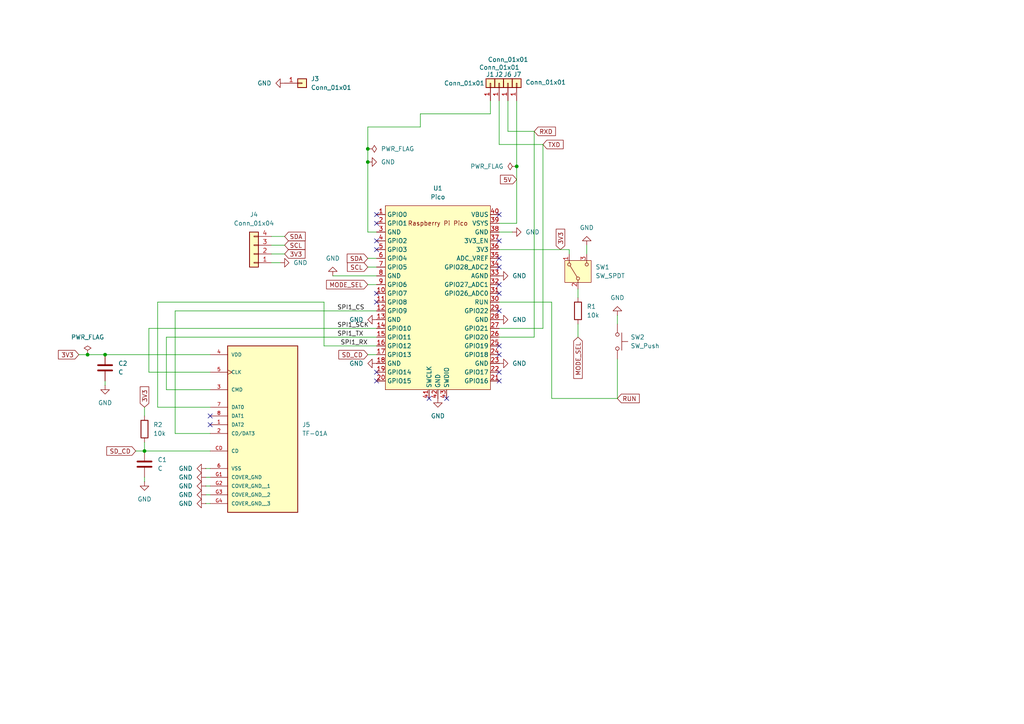
<source format=kicad_sch>
(kicad_sch (version 20231120) (generator "eeschema") (generator_version "8.0")
  (paper "A4")
  (lib_symbols
    (symbol "Connector:MSD-4-A" (pin_names (offset 1.016))
      (property "Reference" "J" (at -10.16 21.082 0))
      (property "Value" "MSD-4-A" (at -10.16 -30.48 0))
      (symbol "MSD-4-A_0_0"
        (rectangle (start -10.16 -27.94) (end 10.16 20.32) (stroke (width 0.254)) (fill (type background)))
        (pin bidirectional line (at -15.24 -2.54 0) (length 5.08) (name "DAT2") (number "1"))
        (pin bidirectional line (at -15.24 -5.08 0) (length 5.08) (name "CD/DAT3") (number "2"))
        (pin bidirectional line (at -15.24 7.62 0) (length 5.08) (name "CMD") (number "3"))
        (pin power_in line (at -15.24 17.78 0) (length 5.08) (name "VDD") (number "4"))
        (pin input clock (at -15.24 12.7 0) (length 5.08) (name "CLK") (number "5"))
        (pin power_in line (at -15.24 -15.24 0) (length 5.08) (name "VSS") (number "6"))
        (pin bidirectional line (at -15.24 2.54 0) (length 5.08) (name "DAT0") (number "7"))
        (pin bidirectional line (at -15.24 0 0) (length 5.08) (name "DAT1") (number "8"))
        (pin passive line (at -15.24 -10.16 0) (length 5.08) (name "CD") (number "CD"))
        (pin power_in line (at -15.24 -17.78 0) (length 5.08) (name "COVER_GND") (number "G1"))
        (pin power_in line (at -15.24 -20.32 0) (length 5.08) (name "COVER_GND__1") (number "G2"))
        (pin power_in line (at -15.24 -22.86 0) (length 5.08) (name "COVER_GND__2") (number "G3"))
        (pin power_in line (at -15.24 -25.4 0) (length 5.08) (name "COVER_GND__3") (number "G4"))
      )
    )
    (symbol "Connector_Generic:Conn_01x01" (pin_names (offset 1.016) hide)
      (property "Reference" "J" (at 0 2.54 0))
      (property "Value" "Conn_01x01" (at 0 -2.54 0))
      (symbol "Conn_01x01_1_1"
        (rectangle (start -1.27 0.127) (end 0 -0.127) (stroke (width 0.1524)))
        (rectangle (start -1.27 1.27) (end 1.27 -1.27) (stroke (width 0.254)) (fill (type background)))
        (pin passive line (at -5.08 0 0) (length 3.81) (name "Pin_1") (number "1"))
      )
    )
    (symbol "Connector_Generic:Conn_01x04" (pin_names (offset 1.016) hide)
      (property "Reference" "J" (at 0 5.08 0))
      (property "Value" "Conn_01x04" (at 0 -7.62 0))
      (symbol "Conn_01x04_1_1"
        (rectangle (start -1.27 -4.953) (end 0 -5.207) (stroke (width 0.1524)))
        (rectangle (start -1.27 -2.413) (end 0 -2.667) (stroke (width 0.1524)))
        (rectangle (start -1.27 0.127) (end 0 -0.127) (stroke (width 0.1524)))
        (rectangle (start -1.27 2.667) (end 0 2.413) (stroke (width 0.1524)))
        (rectangle (start -1.27 3.81) (end 1.27 -6.35) (stroke (width 0.254)) (fill (type background)))
        (pin passive line (at -5.08 2.54 0) (length 3.81) (name "Pin_1") (number "1"))
        (pin passive line (at -5.08 0 0) (length 3.81) (name "Pin_2") (number "2"))
        (pin passive line (at -5.08 -2.54 0) (length 3.81) (name "Pin_3") (number "3"))
        (pin passive line (at -5.08 -5.08 0) (length 3.81) (name "Pin_4") (number "4"))
      )
    )
    (symbol "Device:C" (pin_numbers hide) (pin_names (offset 0.254))
      (property "Reference" "C" (at 0.635 2.54 0))
      (property "Value" "C" (at 0.635 -2.54 0))
      (symbol "C_0_1"
        (polyline (pts (xy -2.032 -0.762) (xy 2.032 -0.762)) (stroke (width 0.508)))
        (polyline (pts (xy -2.032 0.762) (xy 2.032 0.762)) (stroke (width 0.508)))
      )
      (symbol "C_1_1"
        (pin passive line (at 0 3.81 270) (length 2.794) (name "~") (number "1"))
        (pin passive line (at 0 -3.81 90) (length 2.794) (name "~") (number "2"))
      )
    )
    (symbol "Device:R" (pin_numbers hide) (pin_names (offset 0))
      (property "Reference" "R" (at 2.032 0 90))
      (property "Value" "R" (at 0 0 90))
      (symbol "R_0_1"
        (rectangle (start -1.016 -2.54) (end 1.016 2.54) (stroke (width 0.254)))
      )
      (symbol "R_1_1"
        (pin passive line (at 0 3.81 270) (length 1.27) (name "~") (number "1"))
        (pin passive line (at 0 -3.81 90) (length 1.27) (name "~") (number "2"))
      )
    )
    (symbol "MCU_RaspberryPi:Pico"
      (property "Reference" "U" (at -13.97 27.94 0))
      (property "Value" "Pico" (at 0 19.05 0))
      (symbol "Pico_0_0"
        (text "Raspberry Pi Pico" (at 0 21.59 0) (effects (font (size 1.27 1.27))))
      )
      (symbol "Pico_0_1"
        (rectangle (start -15.24 26.67) (end 15.24 -26.67) (fill (type background)))
      )
      (symbol "Pico_1_1"
        (pin bidirectional line (at -17.78 24.13 0) (length 2.54) (name "GPIO0") (number "1"))
        (pin bidirectional line (at -17.78 1.27 0) (length 2.54) (name "GPIO7") (number "10"))
        (pin bidirectional line (at -17.78 -1.27 0) (length 2.54) (name "GPIO8") (number "11"))
        (pin bidirectional line (at -17.78 -3.81 0) (length 2.54) (name "GPIO9") (number "12"))
        (pin power_in line (at -17.78 -6.35 0) (length 2.54) (name "GND") (number "13"))
        (pin bidirectional line (at -17.78 -8.89 0) (length 2.54) (name "GPIO10") (number "14"))
        (pin bidirectional line (at -17.78 -11.43 0) (length 2.54) (name "GPIO11") (number "15"))
        (pin bidirectional line (at -17.78 -13.97 0) (length 2.54) (name "GPIO12") (number "16"))
        (pin bidirectional line (at -17.78 -16.51 0) (length 2.54) (name "GPIO13") (number "17"))
        (pin power_in line (at -17.78 -19.05 0) (length 2.54) (name "GND") (number "18"))
        (pin bidirectional line (at -17.78 -21.59 0) (length 2.54) (name "GPIO14") (number "19"))
        (pin bidirectional line (at -17.78 21.59 0) (length 2.54) (name "GPIO1") (number "2"))
        (pin bidirectional line (at -17.78 -24.13 0) (length 2.54) (name "GPIO15") (number "20"))
        (pin bidirectional line (at 17.78 -24.13 180) (length 2.54) (name "GPIO16") (number "21"))
        (pin bidirectional line (at 17.78 -21.59 180) (length 2.54) (name "GPIO17") (number "22"))
        (pin power_in line (at 17.78 -19.05 180) (length 2.54) (name "GND") (number "23"))
        (pin bidirectional line (at 17.78 -16.51 180) (length 2.54) (name "GPIO18") (number "24"))
        (pin bidirectional line (at 17.78 -13.97 180) (length 2.54) (name "GPIO19") (number "25"))
        (pin bidirectional line (at 17.78 -11.43 180) (length 2.54) (name "GPIO20") (number "26"))
        (pin bidirectional line (at 17.78 -8.89 180) (length 2.54) (name "GPIO21") (number "27"))
        (pin power_in line (at 17.78 -6.35 180) (length 2.54) (name "GND") (number "28"))
        (pin bidirectional line (at 17.78 -3.81 180) (length 2.54) (name "GPIO22") (number "29"))
        (pin power_in line (at -17.78 19.05 0) (length 2.54) (name "GND") (number "3"))
        (pin input line (at 17.78 -1.27 180) (length 2.54) (name "RUN") (number "30"))
        (pin bidirectional line (at 17.78 1.27 180) (length 2.54) (name "GPIO26_ADC0") (number "31"))
        (pin bidirectional line (at 17.78 3.81 180) (length 2.54) (name "GPIO27_ADC1") (number "32"))
        (pin power_in line (at 17.78 6.35 180) (length 2.54) (name "AGND") (number "33"))
        (pin bidirectional line (at 17.78 8.89 180) (length 2.54) (name "GPIO28_ADC2") (number "34"))
        (pin power_in line (at 17.78 11.43 180) (length 2.54) (name "ADC_VREF") (number "35"))
        (pin power_in line (at 17.78 13.97 180) (length 2.54) (name "3V3") (number "36"))
        (pin input line (at 17.78 16.51 180) (length 2.54) (name "3V3_EN") (number "37"))
        (pin power_in line (at 17.78 19.05 180) (length 2.54) (name "GND") (number "38"))
        (pin power_in line (at 17.78 21.59 180) (length 2.54) (name "VSYS") (number "39"))
        (pin bidirectional line (at -17.78 16.51 0) (length 2.54) (name "GPIO2") (number "4"))
        (pin power_in line (at 17.78 24.13 180) (length 2.54) (name "VBUS") (number "40"))
        (pin input line (at -2.54 -29.21 90) (length 2.54) (name "SWCLK") (number "41"))
        (pin power_in line (at 0 -29.21 90) (length 2.54) (name "GND") (number "42"))
        (pin bidirectional line (at 2.54 -29.21 90) (length 2.54) (name "SWDIO") (number "43"))
        (pin bidirectional line (at -17.78 13.97 0) (length 2.54) (name "GPIO3") (number "5"))
        (pin bidirectional line (at -17.78 11.43 0) (length 2.54) (name "GPIO4") (number "6"))
        (pin bidirectional line (at -17.78 8.89 0) (length 2.54) (name "GPIO5") (number "7"))
        (pin power_in line (at -17.78 6.35 0) (length 2.54) (name "GND") (number "8"))
        (pin bidirectional line (at -17.78 3.81 0) (length 2.54) (name "GPIO6") (number "9"))
      )
    )
    (symbol "Switch:SW_Push" (pin_numbers hide) (pin_names (offset 1.016) hide)
      (property "Reference" "SW" (at 1.27 2.54 0))
      (property "Value" "SW_Push" (at 0 -1.524 0))
      (symbol "SW_Push_0_1"
        (circle (center -2.032 0) (radius 0.508))
        (polyline (pts (xy 0 1.27) (xy 0 3.048)))
        (polyline (pts (xy 2.54 1.27) (xy -2.54 1.27)))
        (circle (center 2.032 0) (radius 0.508))
        (pin passive line (at -5.08 0 0) (length 2.54) (name "1") (number "1"))
        (pin passive line (at 5.08 0 180) (length 2.54) (name "2") (number "2"))
      )
    )
    (symbol "Switch:SW_SPDT" (pin_names (offset 0) hide)
      (property "Reference" "SW" (at 0 5.08 0))
      (property "Value" "SW_SPDT" (at 0 -5.08 0))
      (symbol "SW_SPDT_0_1"
        (circle (center -2.032 0) (radius 0.4572))
        (polyline (pts (xy -1.651 0.254) (xy 1.651 2.286)))
        (circle (center 2.032 -2.54) (radius 0.4572))
        (circle (center 2.032 2.54) (radius 0.4572))
      )
      (symbol "SW_SPDT_1_1"
        (rectangle (start -3.175 3.81) (end 3.175 -3.81) (fill (type background)))
        (pin passive line (at 5.08 2.54 180) (length 2.54) (name "A") (number "1"))
        (pin passive line (at -5.08 0 0) (length 2.54) (name "B") (number "2"))
        (pin passive line (at 5.08 -2.54 180) (length 2.54) (name "C") (number "3"))
      )
    )
    (symbol "power:GND" (power) (pin_numbers hide) (pin_names (offset 0) hide)
      (property "Value" "GND" (at 0 -3.81 0))
      (symbol "GND_0_1"
        (polyline (pts (xy 0 0) (xy 0 -1.27) (xy 1.27 -1.27) (xy 0 -2.54) (xy -1.27 -1.27) (xy 0 -1.27)))
      )
      (symbol "GND_1_1"
        (pin power_in line (at 0 0 270) (length 0) (name "~") (number "1"))
      )
    )
    (symbol "power:PWR_FLAG" (power) (pin_numbers hide) (pin_names (offset 0) hide)
      (property "Value" "PWR_FLAG" (at 0 3.81 0))
      (symbol "PWR_FLAG_0_0"
        (pin power_out line (at 0 0 90) (length 0) (name "~") (number "1"))
      )
      (symbol "PWR_FLAG_0_1"
        (polyline (pts (xy 0 0) (xy 0 1.27) (xy -1.016 1.905) (xy 0 2.54) (xy 1.016 1.905) (xy 0 1.27)))
      )
    )
  )
  (junction (at 30.48 102.87))
  (junction (at 25.4 102.87))
  (junction (at 41.91 130.81))
  (junction (at 106.68 43.18))
  (junction (at 149.86 48.26))
  (junction (at 106.68 46.99))
  (no_connect (at 144.78 85.09))
  (no_connect (at 124.46 115.57))
  (no_connect (at 144.78 74.93))
  (no_connect (at 109.22 69.85))
  (no_connect (at 109.22 110.49))
  (no_connect (at 144.78 82.55))
  (no_connect (at 144.78 62.23))
  (no_connect (at 60.96 123.19))
  (no_connect (at 144.78 77.47))
  (no_connect (at 144.78 90.17))
  (no_connect (at 109.22 62.23))
  (no_connect (at 109.22 87.63))
  (no_connect (at 60.96 120.65))
  (no_connect (at 144.78 107.95))
  (no_connect (at 144.78 69.85))
  (no_connect (at 144.78 110.49))
  (no_connect (at 109.22 72.39))
  (no_connect (at 129.54 115.57))
  (no_connect (at 109.22 85.09))
  (no_connect (at 109.22 64.77))
  (no_connect (at 144.78 102.87))
  (no_connect (at 144.78 100.33))
  (no_connect (at 109.22 107.95))
  (wire (pts (xy 165.1 73.66) (xy 165.1 72.39)))
  (wire (pts (xy 157.48 95.25) (xy 157.48 41.91)))
  (wire (pts (xy 41.91 139.7) (xy 41.91 138.43)))
  (wire (pts (xy 41.91 128.27) (xy 41.91 130.81)))
  (wire (pts (xy 43.18 95.25) (xy 43.18 107.95)))
  (wire (pts (xy 106.68 46.99) (xy 106.68 67.31)))
  (wire (pts (xy 78.74 71.12) (xy 82.55 71.12)))
  (wire (pts (xy 106.68 102.87) (xy 109.22 102.87)))
  (wire (pts (xy 167.64 93.98) (xy 167.64 97.79)))
  (wire (pts (xy 160.02 115.57) (xy 179.07 115.57)))
  (wire (pts (xy 154.94 97.79) (xy 154.94 38.1)))
  (wire (pts (xy 45.72 118.11) (xy 60.96 118.11)))
  (wire (pts (xy 43.18 95.25) (xy 109.22 95.25)))
  (wire (pts (xy 25.4 102.87) (xy 30.48 102.87)))
  (wire (pts (xy 78.74 76.2) (xy 81.28 76.2)))
  (wire (pts (xy 154.94 38.1) (xy 147.32 38.1)))
  (wire (pts (xy 59.69 135.89) (xy 60.96 135.89)))
  (wire (pts (xy 78.74 68.58) (xy 82.55 68.58)))
  (wire (pts (xy 106.68 36.83) (xy 106.68 43.18)))
  (wire (pts (xy 41.91 118.11) (xy 41.91 120.65)))
  (wire (pts (xy 149.86 64.77) (xy 144.78 64.77)))
  (wire (pts (xy 106.68 82.55) (xy 109.22 82.55)))
  (wire (pts (xy 48.26 97.79) (xy 109.22 97.79)))
  (wire (pts (xy 50.8 90.17) (xy 109.22 90.17)))
  (wire (pts (xy 149.86 64.77) (xy 149.86 48.26)))
  (wire (pts (xy 30.48 111.76) (xy 30.48 110.49)))
  (wire (pts (xy 48.26 113.03) (xy 48.26 97.79)))
  (wire (pts (xy 22.86 102.87) (xy 25.4 102.87)))
  (wire (pts (xy 160.02 87.63) (xy 160.02 115.57)))
  (wire (pts (xy 59.69 143.51) (xy 60.96 143.51)))
  (wire (pts (xy 157.48 41.91) (xy 144.78 41.91)))
  (wire (pts (xy 142.24 29.21) (xy 142.24 33.02)))
  (wire (pts (xy 41.91 130.81) (xy 60.96 130.81)))
  (wire (pts (xy 43.18 107.95) (xy 60.96 107.95)))
  (wire (pts (xy 30.48 102.87) (xy 60.96 102.87)))
  (wire (pts (xy 109.22 67.31) (xy 106.68 67.31)))
  (wire (pts (xy 167.64 83.82) (xy 167.64 86.36)))
  (wire (pts (xy 106.68 36.83) (xy 121.92 36.83)))
  (wire (pts (xy 106.68 43.18) (xy 106.68 46.99)))
  (wire (pts (xy 142.24 33.02) (xy 121.92 33.02)))
  (wire (pts (xy 96.52 80.01) (xy 109.22 80.01)))
  (wire (pts (xy 148.59 67.31) (xy 144.78 67.31)))
  (wire (pts (xy 144.78 29.21) (xy 144.78 41.91)))
  (wire (pts (xy 147.32 29.21) (xy 147.32 38.1)))
  (wire (pts (xy 106.68 77.47) (xy 109.22 77.47)))
  (wire (pts (xy 59.69 140.97) (xy 60.96 140.97)))
  (wire (pts (xy 179.07 91.44) (xy 179.07 93.98)))
  (wire (pts (xy 144.78 97.79) (xy 154.94 97.79)))
  (wire (pts (xy 93.98 87.63) (xy 93.98 100.33)))
  (wire (pts (xy 106.68 74.93) (xy 109.22 74.93)))
  (wire (pts (xy 45.72 118.11) (xy 45.72 87.63)))
  (wire (pts (xy 48.26 113.03) (xy 60.96 113.03)))
  (wire (pts (xy 170.18 71.12) (xy 170.18 73.66)))
  (wire (pts (xy 149.86 29.21) (xy 149.86 48.26)))
  (wire (pts (xy 179.07 115.57) (xy 179.07 104.14)))
  (wire (pts (xy 93.98 100.33) (xy 109.22 100.33)))
  (wire (pts (xy 165.1 72.39) (xy 144.78 72.39)))
  (wire (pts (xy 144.78 87.63) (xy 160.02 87.63)))
  (wire (pts (xy 59.69 146.05) (xy 60.96 146.05)))
  (wire (pts (xy 59.69 138.43) (xy 60.96 138.43)))
  (wire (pts (xy 39.37 130.81) (xy 41.91 130.81)))
  (wire (pts (xy 121.92 33.02) (xy 121.92 36.83)))
  (wire (pts (xy 144.78 95.25) (xy 157.48 95.25)))
  (wire (pts (xy 50.8 90.17) (xy 50.8 125.73)))
  (wire (pts (xy 45.72 87.63) (xy 93.98 87.63)))
  (wire (pts (xy 78.74 73.66) (xy 82.55 73.66)))
  (wire (pts (xy 50.8 125.73) (xy 60.96 125.73)))
  (label "SPI1_SCK" (at 97.79 95.25 0))
  (label "SPI1_TX" (at 97.79 97.79 0))
  (label "SPI1_RX" (at 106.68 100.33 180))
  (label "SPI1_CS" (at 97.79 90.17 0))
  (global_label "RUN" (shape input) (at 179.07 115.57 0) (property "Intersheetrefs" "${INTERSHEET_REFS}" (effects (hide yes))))
  (global_label "3V3" (shape input) (at 41.91 118.11 90) (property "Intersheetrefs" "${INTERSHEET_REFS}" (effects (hide yes))))
  (global_label "SCL" (shape input) (at 106.68 77.47 180) (property "Intersheetrefs" "${INTERSHEET_REFS}" (effects (hide yes))))
  (global_label "SDA" (shape input) (at 82.55 68.58 0) (property "Intersheetrefs" "${INTERSHEET_REFS}" (effects (hide yes))))
  (global_label "TXD" (shape input) (at 157.48 41.91 0) (property "Intersheetrefs" "${INTERSHEET_REFS}" (effects (hide yes))))
  (global_label "3V3" (shape input) (at 162.56 72.39 90) (property "Intersheetrefs" "${INTERSHEET_REFS}" (effects (hide yes))))
  (global_label "SD_CD" (shape input) (at 106.68 102.87 180) (property "Intersheetrefs" "${INTERSHEET_REFS}" (effects (hide yes))))
  (global_label "3V3" (shape input) (at 22.86 102.87 180) (property "Intersheetrefs" "${INTERSHEET_REFS}" (effects (hide yes))))
  (global_label "MODE_SEL" (shape input) (at 167.64 97.79 270) (property "Intersheetrefs" "${INTERSHEET_REFS}" (effects (hide yes))))
  (global_label "5V" (shape input) (at 149.86 52.07 180) (property "Intersheetrefs" "${INTERSHEET_REFS}" (effects (hide yes))))
  (global_label "MODE_SEL" (shape input) (at 106.68 82.55 180) (property "Intersheetrefs" "${INTERSHEET_REFS}" (effects (hide yes))))
  (global_label "SD_CD" (shape input) (at 39.37 130.81 180) (property "Intersheetrefs" "${INTERSHEET_REFS}" (effects (hide yes))))
  (global_label "RXD" (shape input) (at 154.94 38.1 0) (property "Intersheetrefs" "${INTERSHEET_REFS}" (effects (hide yes))))
  (global_label "SCL" (shape input) (at 82.55 71.12 0) (property "Intersheetrefs" "${INTERSHEET_REFS}" (effects (hide yes))))
  (global_label "SDA" (shape input) (at 106.68 74.93 180) (property "Intersheetrefs" "${INTERSHEET_REFS}" (effects (hide yes))))
  (global_label "3V3" (shape input) (at 82.55 73.66 0) (property "Intersheetrefs" "${INTERSHEET_REFS}" (effects (hide yes))))
  (symbol (lib_id "power:GND") (at 30.48 111.76 0) (unit 1)
    (property "Reference" "#PWR019" (effects (hide yes)))
    (property "Value" "GND" (at 30.48 116.84 0))
    (property "Description" "Power symbol creates a global label with name \"GND\" , ground" (effects (hide yes)))
  )
  (symbol (lib_id "Device:C") (at 30.48 106.68 0) (unit 1)
    (property "Reference" "C2" (at 34.29 105.4099 0) (effects (justify left)))
    (property "Value" "C" (at 34.29 107.9499 0) (effects (justify left)))
    (property "Footprint" "Capacitor_SMD:C_0805_2012Metric_Pad1.18x1.45mm_HandSolder" (effects (hide yes)))
    (property "Description" "Unpolarized capacitor" (effects (hide yes)))
  )
  (symbol (lib_id "power:PWR_FLAG") (at 25.4 102.87 0) (unit 1)
    (property "Reference" "#FLG03" (effects (hide yes)))
    (property "Value" "PWR_FLAG" (at 25.4 97.79 0))
    (property "Description" "Special symbol for telling ERC where power comes from" (effects (hide yes)))
  )
  (symbol (lib_id "power:GND") (at 96.52 80.01 180) (unit 1)
    (property "Reference" "#PWR08" (effects (hide yes)))
    (property "Value" "GND" (at 96.52 74.93 0))
    (property "Description" "Power symbol creates a global label with name \"GND\" , ground" (effects (hide yes)))
  )
  (symbol (lib_id "Connector:MSD-4-A") (at 76.2 120.65 0) (unit 1)
    (property "Reference" "J5" (at 87.63 123.1899 0) (effects (justify left)))
    (property "Value" "TF-01A" (at 87.63 125.7299 0) (effects (justify left)))
    (property "Footprint" "Connector_Card:TF-01A" (effects (hide yes)))
    (property "PARTREV" "1.0" (effects (hide yes)))
    (property "STANDARD" "Manufacturer Recommendations" (effects (hide yes)))
    (property "MAXIMUM_PACKAGE_HEIGHT" "2.00mm" (effects (hide yes)))
    (property "MANUFACTURER" "CUI Devices" (effects (hide yes)))
    (property "LSCS PN" "C91145" (effects (hide yes)))
  )
  (symbol (lib_id "Connector_Generic:Conn_01x01") (at 142.24 24.13 90) (unit 1)
    (property "Reference" "J1" (at 140.97 21.59 90) (effects (justify right)))
    (property "Value" "Conn_01x01" (at 128.778 24.13 90) (effects (justify right)))
    (property "Footprint" "Connector_Pin:Pin_D0.7mm_POGO" (effects (hide yes)))
    (property "Description" "Generic connector, single row, 01x01, script generated (kicad-library-utils/schlib/autogen/connector/)" (effects (hide yes)))
    (property "JSCS PN" "C5157269" (effects (hide yes)))
  )
  (symbol (lib_id "power:GND") (at 148.59 67.31 90) (unit 1)
    (property "Reference" "#PWR03" (effects (hide yes)))
    (property "Value" "GND" (at 152.4 67.3099 90) (effects (justify right)))
    (property "Description" "Power symbol creates a global label with name \"GND\" , ground" (effects (hide yes)))
  )
  (symbol (lib_id "power:GND") (at 179.07 91.44 180) (unit 1)
    (property "Reference" "#PWR011" (effects (hide yes)))
    (property "Value" "GND" (at 179.07 86.36 0))
    (property "Description" "Power symbol creates a global label with name \"GND\" , ground" (effects (hide yes)))
  )
  (symbol (lib_id "power:GND") (at 59.69 143.51 270) (unit 1)
    (property "Reference" "#PWR017" (effects (hide yes)))
    (property "Value" "GND" (at 55.88 143.5099 90) (effects (justify right)))
    (property "Description" "Power symbol creates a global label with name \"GND\" , ground" (effects (hide yes)))
  )
  (symbol (lib_id "power:GND") (at 144.78 105.41 90) (unit 1)
    (property "Reference" "#PWR05" (effects (hide yes)))
    (property "Value" "GND" (at 148.59 105.4099 90) (effects (justify right)))
    (property "Description" "Power symbol creates a global label with name \"GND\" , ground" (effects (hide yes)))
  )
  (symbol (lib_id "Connector_Generic:Conn_01x01") (at 144.78 24.13 90) (unit 1)
    (property "Reference" "J2" (at 143.51 21.59 90) (effects (justify right)))
    (property "Value" "Conn_01x01" (at 138.938 19.558 90) (effects (justify right)))
    (property "Footprint" "Connector_Pin:Pin_D0.7mm_POGO" (effects (hide yes)))
    (property "Description" "Generic connector, single row, 01x01, script generated (kicad-library-utils/schlib/autogen/connector/)" (effects (hide yes)))
    (property "JSCS PN" "C5157269" (effects (hide yes)))
  )
  (symbol (lib_id "power:GND") (at 109.22 92.71 270) (unit 1)
    (property "Reference" "#PWR07" (effects (hide yes)))
    (property "Value" "GND" (at 105.41 92.7099 90) (effects (justify right)))
    (property "Description" "Power symbol creates a global label with name \"GND\" , ground" (effects (hide yes)))
  )
  (symbol (lib_id "Switch:SW_Push") (at 179.07 99.06 270) (unit 1)
    (property "Reference" "SW2" (at 182.88 97.7899 90) (effects (justify left)))
    (property "Value" "SW_Push" (at 182.88 100.3299 90) (effects (justify left)))
    (property "Footprint" "Button_Switch_SMD:Panasonic_EVQPUL_EVQPUC" (effects (hide yes)))
    (property "Description" "Push button switch, generic, two pins" (effects (hide yes)))
    (property "LSCS PN" "C79175" (effects (hide yes)))
  )
  (symbol (lib_id "Connector_Generic:Conn_01x01") (at 147.32 24.13 90) (unit 1)
    (property "Reference" "J6" (at 146.05 21.59 90) (effects (justify right)))
    (property "Value" "Conn_01x01" (at 141.478 17.272 90) (effects (justify right)))
    (property "Footprint" "Connector_Pin:Pin_D0.7mm_POGO" (effects (hide yes)))
    (property "Description" "Generic connector, single row, 01x01, script generated (kicad-library-utils/schlib/autogen/connector/)" (effects (hide yes)))
    (property "JSCS PN" "C5157269" (effects (hide yes)))
  )
  (symbol (lib_id "power:PWR_FLAG") (at 149.86 48.26 90) (unit 1)
    (property "Reference" "#FLG02" (effects (hide yes)))
    (property "Value" "PWR_FLAG" (at 146.05 48.2599 90) (effects (justify left)))
    (property "Description" "Special symbol for telling ERC where power comes from" (effects (hide yes)))
  )
  (symbol (lib_id "power:GND") (at 59.69 135.89 270) (unit 1)
    (property "Reference" "#PWR014" (effects (hide yes)))
    (property "Value" "GND" (at 55.88 135.8899 90) (effects (justify right)))
    (property "Description" "Power symbol creates a global label with name \"GND\" , ground" (effects (hide yes)))
  )
  (symbol (lib_id "power:GND") (at 144.78 80.01 90) (unit 1)
    (property "Reference" "#PWR09" (effects (hide yes)))
    (property "Value" "GND" (at 148.59 80.0099 90) (effects (justify right)))
    (property "Description" "Power symbol creates a global label with name \"GND\" , ground" (effects (hide yes)))
  )
  (symbol (lib_id "MCU_RaspberryPi:Pico") (at 127 86.36 0) (unit 1)
    (property "Reference" "U1" (at 127 54.61 0))
    (property "Value" "Pico" (at 127 57.15 0))
    (property "Footprint" "Module:RPi_Pico_W_SMD_TH" (effects (hide yes)))
  )
  (symbol (lib_id "Switch:SW_SPDT") (at 167.64 78.74 90) (unit 1)
    (property "Reference" "SW1" (at 172.72 77.4699 90) (effects (justify right)))
    (property "Value" "SW_SPDT" (at 172.72 80.0099 90) (effects (justify right)))
    (property "Footprint" "Button_Switch_SMD:SW_SPDT_CK_JS102011SAQN" (effects (hide yes)))
    (property "Description" "Switch, single pole double throw" (effects (hide yes)))
    (property "LSCS PN" "C221660" (effects (hide yes)))
  )
  (symbol (lib_id "power:GND") (at 41.91 139.7 0) (unit 1)
    (property "Reference" "#PWR020" (effects (hide yes)))
    (property "Value" "GND" (at 41.91 144.78 0))
    (property "Description" "Power symbol creates a global label with name \"GND\" , ground" (effects (hide yes)))
  )
  (symbol (lib_id "Device:C") (at 41.91 134.62 0) (unit 1)
    (property "Reference" "C1" (at 45.72 133.3499 0) (effects (justify left)))
    (property "Value" "C" (at 45.72 135.8899 0) (effects (justify left)))
    (property "Footprint" "Capacitor_SMD:C_0805_2012Metric_Pad1.18x1.45mm_HandSolder" (effects (hide yes)))
    (property "Description" "Unpolarized capacitor" (effects (hide yes)))
  )
  (symbol (lib_id "power:GND") (at 59.69 140.97 270) (unit 1)
    (property "Reference" "#PWR016" (effects (hide yes)))
    (property "Value" "GND" (at 55.88 140.9699 90) (effects (justify right)))
    (property "Description" "Power symbol creates a global label with name \"GND\" , ground" (effects (hide yes)))
  )
  (symbol (lib_id "power:GND") (at 144.78 92.71 90) (unit 1)
    (property "Reference" "#PWR04" (effects (hide yes)))
    (property "Value" "GND" (at 148.59 92.7099 90) (effects (justify right)))
    (property "Description" "Power symbol creates a global label with name \"GND\" , ground" (effects (hide yes)))
  )
  (symbol (lib_id "power:GND") (at 106.68 46.99 90) (unit 1)
    (property "Reference" "#PWR01" (effects (hide yes)))
    (property "Value" "GND" (at 110.49 46.9899 90) (effects (justify right)))
    (property "Description" "Power symbol creates a global label with name \"GND\" , ground" (effects (hide yes)))
  )
  (symbol (lib_id "power:GND") (at 59.69 146.05 270) (unit 1)
    (property "Reference" "#PWR018" (effects (hide yes)))
    (property "Value" "GND" (at 55.88 146.0499 90) (effects (justify right)))
    (property "Description" "Power symbol creates a global label with name \"GND\" , ground" (effects (hide yes)))
  )
  (symbol (lib_id "Device:R") (at 167.64 90.17 180) (unit 1)
    (property "Reference" "R1" (at 170.18 88.8999 0) (effects (justify right)))
    (property "Value" "10k" (at 170.18 91.4399 0) (effects (justify right)))
    (property "Footprint" "Resistor_SMD:R_0805_2012Metric_Pad1.20x1.40mm_HandSolder" (effects (hide yes)))
    (property "Description" "Resistor" (effects (hide yes)))
  )
  (symbol (lib_id "Connector_Generic:Conn_01x04") (at 73.66 73.66 180) (unit 1)
    (property "Reference" "J4" (at 73.66 62.23 0))
    (property "Value" "Conn_01x04" (at 73.66 64.77 0))
    (property "Footprint" "Display:SSD1306-0.91-OLED-4pin-128x32" (effects (hide yes)))
    (property "Description" "Generic connector, single row, 01x04, script generated (kicad-library-utils/schlib/autogen/connector/)" (effects (hide yes)))
    (property "LSCS PN" "C5248081" (effects (hide yes)))
  )
  (symbol (lib_id "power:GND") (at 170.18 71.12 180) (unit 1)
    (property "Reference" "#PWR02" (effects (hide yes)))
    (property "Value" "GND" (at 170.18 66.04 0))
    (property "Description" "Power symbol creates a global label with name \"GND\" , ground" (effects (hide yes)))
  )
  (symbol (lib_id "power:PWR_FLAG") (at 106.68 43.18 270) (unit 1)
    (property "Reference" "#FLG01" (effects (hide yes)))
    (property "Value" "PWR_FLAG" (at 110.49 43.1799 90) (effects (justify left)))
    (property "Description" "Special symbol for telling ERC where power comes from" (effects (hide yes)))
  )
  (symbol (lib_id "Connector_Generic:Conn_01x01") (at 87.63 24.13 0) (unit 1)
    (property "Reference" "J3" (at 90.17 22.8599 0) (effects (justify left)))
    (property "Value" "Conn_01x01" (at 90.17 25.3999 0) (effects (justify left)))
    (property "Footprint" "Module:NinoTNC_No_J5" (effects (hide yes)))
    (property "Description" "Generic connector, single row, 01x01, script generated (kicad-library-utils/schlib/autogen/connector/)" (effects (hide yes)))
  )
  (symbol (lib_id "Device:R") (at 41.91 124.46 180) (unit 1)
    (property "Reference" "R2" (at 44.45 123.1899 0) (effects (justify right)))
    (property "Value" "10k" (at 44.45 125.7299 0) (effects (justify right)))
    (property "Footprint" "Resistor_SMD:R_0805_2012Metric_Pad1.20x1.40mm_HandSolder" (effects (hide yes)))
    (property "Description" "Resistor" (effects (hide yes)))
  )
  (symbol (lib_id "power:GND") (at 82.55 24.13 270) (unit 1)
    (property "Reference" "#PWR012" (effects (hide yes)))
    (property "Value" "GND" (at 78.74 24.1299 90) (effects (justify right)))
    (property "Description" "Power symbol creates a global label with name \"GND\" , ground" (effects (hide yes)))
  )
  (symbol (lib_id "Connector_Generic:Conn_01x01") (at 149.86 24.13 90) (unit 1)
    (property "Reference" "J7" (at 148.844 21.59 90) (effects (justify right)))
    (property "Value" "Conn_01x01" (at 152.4 23.876 90) (effects (justify right)))
    (property "Footprint" "Connector_Pin:Pin_D0.7mm_POGO" (effects (hide yes)))
    (property "Description" "Generic connector, single row, 01x01, script generated (kicad-library-utils/schlib/autogen/connector/)" (effects (hide yes)))
    (property "JSCS PN" "C5157269" (effects (hide yes)))
  )
  (symbol (lib_id "power:GND") (at 81.28 76.2 90) (unit 1)
    (property "Reference" "#PWR013" (effects (hide yes)))
    (property "Value" "GND" (at 85.09 76.1999 90) (effects (justify right)))
    (property "Description" "Power symbol creates a global label with name \"GND\" , ground" (effects (hide yes)))
  )
  (symbol (lib_id "power:GND") (at 127 115.57 0) (unit 1)
    (property "Reference" "#PWR010" (effects (hide yes)))
    (property "Value" "GND" (at 127 120.65 0))
    (property "Description" "Power symbol creates a global label with name \"GND\" , ground" (effects (hide yes)))
  )
  (symbol (lib_id "power:GND") (at 59.69 138.43 270) (unit 1)
    (property "Reference" "#PWR015" (effects (hide yes)))
    (property "Value" "GND" (at 55.88 138.4299 90) (effects (justify right)))
    (property "Description" "Power symbol creates a global label with name \"GND\" , ground" (effects (hide yes)))
  )
  (symbol (lib_id "power:GND") (at 109.22 105.41 270) (unit 1)
    (property "Reference" "#PWR06" (effects (hide yes)))
    (property "Value" "GND" (at 105.41 105.4099 90) (effects (justify right)))
    (property "Description" "Power symbol creates a global label with name \"GND\" , ground" (effects (hide yes)))
  )
)
</source>
